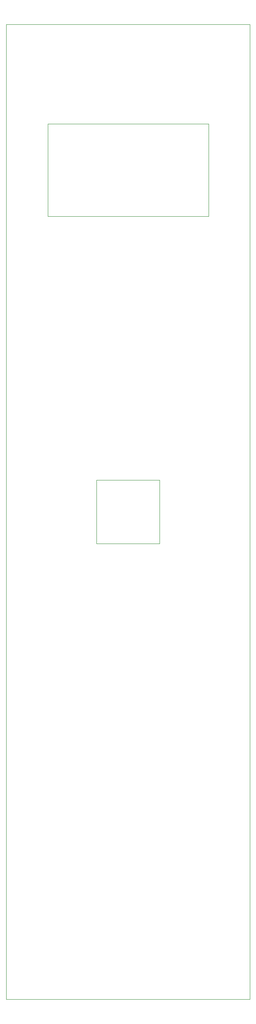
<source format=gm1>
G04 #@! TF.GenerationSoftware,KiCad,Pcbnew,6.0.9-8da3e8f707~116~ubuntu22.04.1*
G04 #@! TF.CreationDate,2022-11-08T11:41:20-05:00*
G04 #@! TF.ProjectId,clock_panel,636c6f63-6b5f-4706-916e-656c2e6b6963,rev?*
G04 #@! TF.SameCoordinates,Original*
G04 #@! TF.FileFunction,Profile,NP*
%FSLAX46Y46*%
G04 Gerber Fmt 4.6, Leading zero omitted, Abs format (unit mm)*
G04 Created by KiCad (PCBNEW 6.0.9-8da3e8f707~116~ubuntu22.04.1) date 2022-11-08 11:41:20*
%MOMM*%
%LPD*%
G01*
G04 APERTURE LIST*
G04 #@! TA.AperFunction,Profile*
%ADD10C,0.100000*%
G04 #@! TD*
G04 #@! TA.AperFunction,Profile*
%ADD11C,0.120000*%
G04 #@! TD*
G04 APERTURE END LIST*
D10*
X16100000Y-207600000D02*
X66100000Y-207600000D01*
X66100000Y-7600000D02*
X16100000Y-7600000D01*
X16100000Y-7600000D02*
X16100000Y-207600000D01*
X34600000Y-101100000D02*
X47600000Y-101100000D01*
X47600000Y-101100000D02*
X47600000Y-114100000D01*
X47600000Y-114100000D02*
X34600000Y-114100000D01*
X34600000Y-114100000D02*
X34600000Y-101100000D01*
X66100000Y-207600000D02*
X66100000Y-7600000D01*
D11*
G04 #@! TO.C,OLED1*
X57600000Y-28000000D02*
X57600000Y-47000000D01*
X24600000Y-47000000D02*
X24600000Y-28000000D01*
X24600000Y-28000000D02*
X57600000Y-28000000D01*
X57600000Y-47000000D02*
X24600000Y-47000000D01*
G04 #@! TD*
M02*

</source>
